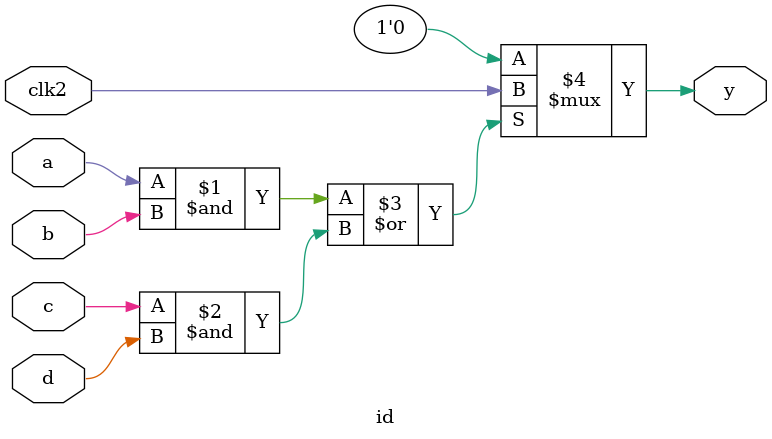
<source format=v>
`timescale 1ns/1ps
`default_nettype none

module id(
    output wire y,
    input wire a,
    input wire b,
    input wire c,
    input wire d,
    input wire clk2
);

assign y = ((a & b) | (c & d)) ? clk2 : 1'b0;

endmodule
`default_nettype wire

</source>
